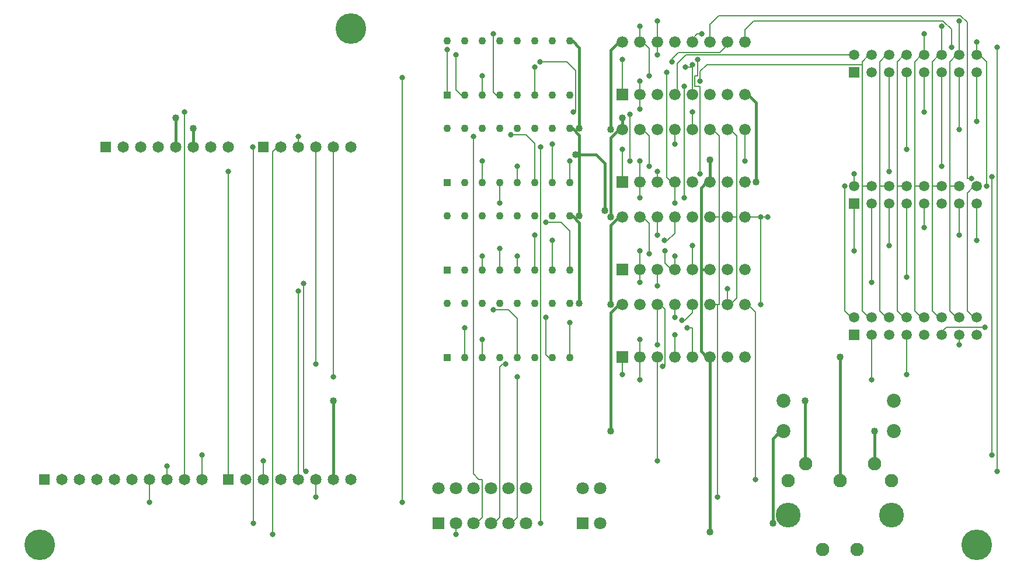
<source format=gbr>
G04 EasyPC Gerber Version 21.0.3 Build 4286 *
%FSLAX35Y35*%
%MOIN*%
%ADD18R,0.04283X0.04283*%
%ADD70R,0.05945X0.05945*%
%ADD85R,0.06496X0.06496*%
%ADD16R,0.06600X0.06600*%
%ADD94R,0.07087X0.07087*%
%ADD87C,0.00800*%
%ADD88C,0.01500*%
%ADD24C,0.03200*%
%ADD25C,0.04000*%
%ADD19C,0.04283*%
%ADD71C,0.05945*%
%ADD86C,0.06496*%
%ADD17C,0.06600*%
%ADD95C,0.07087*%
%ADD82C,0.07677*%
%ADD84C,0.07972*%
%ADD83C,0.14173*%
%ADD100C,0.17500*%
X0Y0D02*
D02*
D16*
X355250Y130250D03*
Y180250D03*
Y230250D03*
Y280250D03*
D02*
D17*
Y160250D03*
Y210250D03*
Y260250D03*
Y310250D03*
X365250Y130250D03*
Y160250D03*
Y180250D03*
Y210250D03*
Y230250D03*
Y260250D03*
Y280250D03*
Y310250D03*
X375250Y130250D03*
Y160250D03*
Y180250D03*
Y210250D03*
Y230250D03*
Y260250D03*
Y280250D03*
Y310250D03*
X385250Y130250D03*
Y160250D03*
Y180250D03*
Y210250D03*
Y230250D03*
Y260250D03*
Y280250D03*
Y310250D03*
X395250Y130250D03*
Y160250D03*
Y180250D03*
Y210250D03*
Y230250D03*
Y260250D03*
Y280250D03*
Y310250D03*
X405250Y130250D03*
Y160250D03*
Y180250D03*
Y210250D03*
Y230250D03*
Y260250D03*
Y280250D03*
Y310250D03*
X415250Y130250D03*
Y160250D03*
Y180250D03*
Y210250D03*
Y230250D03*
Y260250D03*
Y280250D03*
Y310250D03*
X425250Y130250D03*
Y160250D03*
Y180250D03*
Y210250D03*
Y230250D03*
Y260250D03*
Y280250D03*
Y310250D03*
D02*
D18*
X255250Y129758D03*
Y179758D03*
Y229758D03*
Y279758D03*
D02*
D19*
Y160742D03*
Y210742D03*
Y260742D03*
Y310742D03*
X265250Y129758D03*
Y160742D03*
Y179758D03*
Y210742D03*
Y229758D03*
Y260742D03*
Y279758D03*
Y310742D03*
X275250Y129758D03*
Y160742D03*
Y179758D03*
Y210742D03*
Y229758D03*
Y260742D03*
Y279758D03*
Y310742D03*
X285250Y129758D03*
Y160742D03*
Y179758D03*
Y210742D03*
Y229758D03*
Y260742D03*
Y279758D03*
Y310742D03*
X295250Y129758D03*
Y160742D03*
Y179758D03*
Y210742D03*
Y229758D03*
Y260742D03*
Y279758D03*
Y310742D03*
X305250Y129758D03*
Y160742D03*
Y179758D03*
Y210742D03*
Y229758D03*
Y260742D03*
Y279758D03*
Y310742D03*
X315250Y129758D03*
Y160742D03*
Y179758D03*
Y210742D03*
Y229758D03*
Y260742D03*
Y279758D03*
Y310742D03*
X325250Y129758D03*
Y160742D03*
Y179758D03*
Y210742D03*
Y229758D03*
Y260742D03*
Y279758D03*
Y310742D03*
D02*
D70*
X487750Y142750D03*
Y217750D03*
Y292750D03*
D02*
D71*
Y152750D03*
Y227750D03*
Y302750D03*
X497750Y142750D03*
Y152750D03*
Y217750D03*
Y227750D03*
Y292750D03*
Y302750D03*
X507750Y142750D03*
Y152750D03*
Y217750D03*
Y227750D03*
Y292750D03*
Y302750D03*
X517750Y142750D03*
Y152750D03*
Y217750D03*
Y227750D03*
Y292750D03*
Y302750D03*
X527750Y142750D03*
Y152750D03*
Y217750D03*
Y227750D03*
Y292750D03*
Y302750D03*
X537750Y142750D03*
Y152750D03*
Y217750D03*
Y227750D03*
Y292750D03*
Y302750D03*
X547750Y142750D03*
Y152750D03*
Y217750D03*
Y227750D03*
Y292750D03*
Y302750D03*
X557750Y142750D03*
Y152750D03*
Y217750D03*
Y227750D03*
Y292750D03*
Y302750D03*
D02*
D24*
X85250Y47250D03*
X95250Y67750D03*
X105250Y270250D03*
X115250Y74250D03*
X130250Y236250D03*
X144250Y250250D03*
X144750Y35250D03*
X150250Y70750D03*
X155750Y28750D03*
X170250Y167750D03*
Y256250D03*
X173250Y172250D03*
X174750Y64750D03*
X180250Y50250D03*
Y126250D03*
X190250Y118750D03*
X229750Y47250D03*
Y289750D03*
X255250Y305750D03*
X260250Y28750D03*
Y302750D03*
X265250Y146750D03*
X270250Y256250D03*
X275250Y140250D03*
Y187750D03*
Y242250D03*
Y290750D03*
X281750Y157250D03*
Y314750D03*
X285250Y192250D03*
Y218250D03*
X288750Y126250D03*
X291750Y257250D03*
X295250Y118750D03*
Y187750D03*
Y239250D03*
X305250Y199750D03*
Y295750D03*
X308250Y298750D03*
X308750Y35250D03*
Y250250D03*
X311750Y152750D03*
Y207250D03*
X315250Y196750D03*
Y251750D03*
X325250Y149750D03*
Y242250D03*
X327250Y270250D03*
X355250Y120250D03*
Y248750D03*
Y300250D03*
X359750Y242250D03*
Y268750D03*
X365250Y117250D03*
Y140250D03*
Y172750D03*
Y190750D03*
Y221250D03*
Y242250D03*
Y271750D03*
Y287750D03*
Y319250D03*
X370750Y189250D03*
Y239250D03*
Y290750D03*
X375250Y70750D03*
Y137250D03*
Y170750D03*
Y199750D03*
Y236250D03*
Y302750D03*
Y322250D03*
X378250Y124750D03*
X379250Y196750D03*
X379750Y190750D03*
X380750Y292750D03*
X383750Y298750D03*
X385250Y142750D03*
Y152750D03*
Y187750D03*
Y218250D03*
Y251750D03*
X389250Y151250D03*
X390750Y221250D03*
Y284750D03*
X391250Y295750D03*
X392250Y146750D03*
X395250Y193750D03*
Y270250D03*
Y297250D03*
X398250Y300250D03*
X399750Y234750D03*
Y287750D03*
X400750Y314750D03*
X409750Y50250D03*
X415250Y169250D03*
X425250Y242250D03*
X431250Y60250D03*
X434250Y160250D03*
Y210250D03*
X438250D03*
X482250Y227750D03*
X487750Y190750D03*
Y234750D03*
Y302750D03*
X497750Y117250D03*
Y172750D03*
X507750Y193750D03*
Y236250D03*
X517750Y120250D03*
Y175750D03*
Y248750D03*
X527750Y204250D03*
Y270250D03*
Y314750D03*
X537750Y239250D03*
Y319250D03*
X543250Y307250D03*
X547750Y137250D03*
Y199750D03*
Y260250D03*
Y322250D03*
X554750Y232250D03*
X557750Y196750D03*
Y264750D03*
Y310250D03*
X562250Y147250D03*
X563250Y227750D03*
X566250Y74250D03*
Y233250D03*
X569250Y64750D03*
Y307250D03*
D02*
D25*
X100250Y266750D03*
X110250Y260750D03*
X190250Y105250D03*
X328750Y245750D03*
X330750Y160750D03*
Y210750D03*
Y260750D03*
X345250Y213750D03*
X348750Y87750D03*
Y160250D03*
Y210250D03*
Y260250D03*
X355250Y266750D03*
X405250Y30250D03*
Y242750D03*
X431750Y230250D03*
X441250Y35250D03*
X459750Y105250D03*
X479750Y130250D03*
X499250Y87750D03*
D02*
D82*
X450093Y59463D03*
X459935Y69305D03*
X469778Y20093D03*
X479620Y59463D03*
X489463Y20093D03*
X499305Y69305D03*
X509148Y59463D03*
D02*
D83*
X450093Y39778D03*
X509148D03*
D02*
D84*
X447258Y87750D03*
Y105250D03*
X510250Y87750D03*
Y105250D03*
D02*
D85*
X25250Y60250D03*
X60250Y250250D03*
X130250Y60250D03*
X150250Y250250D03*
D02*
D86*
X35250Y60250D03*
X45250D03*
X55250D03*
X65250D03*
X70250Y250250D03*
X75250Y60250D03*
X80250Y250250D03*
X85250Y60250D03*
X90250Y250250D03*
X95250Y60250D03*
X100250Y250250D03*
X105250Y60250D03*
X110250Y250250D03*
X115250Y60250D03*
X120250Y250250D03*
X130250D03*
X140250Y60250D03*
X150250D03*
X160250D03*
Y250250D03*
X170250Y60250D03*
Y250250D03*
X180250Y60250D03*
Y250250D03*
X190250Y60250D03*
Y250250D03*
X200250Y60250D03*
Y250250D03*
D02*
D87*
X85250Y47250D02*
Y60250D01*
X95250Y67750D02*
Y60250D01*
X105250Y270250D02*
Y60250D01*
X115250Y74250D02*
Y60250D01*
X130250Y236250D02*
Y60250D01*
X144250Y250250D02*
X144750D01*
Y35250*
X150250Y70750D02*
Y60250D01*
X155750Y28750D02*
Y247518D01*
X158482Y250250*
X160250*
X170250Y167750D02*
Y60250D01*
Y256250D02*
Y250250D01*
X173250Y172250D02*
Y64750D01*
X174750*
X180250Y50250D02*
Y60250D01*
Y126250D02*
Y250250D01*
X190250Y118750D02*
Y250250D01*
X229750Y289750D02*
Y47250D01*
X255250Y305750D02*
Y279758D01*
X260250Y28750D02*
Y35250D01*
Y302750D02*
Y282990D01*
X263482Y279758*
X265250*
Y146750D02*
Y129758D01*
X270250Y256250D02*
Y63482D01*
X273482Y60250*
X275250*
Y38482*
X272018Y35250*
X270250*
X275250Y140250D02*
Y129758D01*
Y187750D02*
Y179758D01*
Y242250D02*
Y229758D01*
Y290750D02*
Y279758D01*
X281750Y157250D02*
X290250D01*
X295250Y152250*
Y129758*
X281750Y314750D02*
Y281490D01*
X283482Y279758*
X285250*
Y192250D02*
Y179758D01*
Y218250D02*
Y229758D01*
X288750Y126250D02*
X286982D01*
X285250Y124518*
Y38482*
X282018Y35250*
X280250*
X291750Y257250D02*
X300250D01*
X305250Y252250*
Y229758*
X295250Y118750D02*
Y38482D01*
X292018Y35250*
X290250*
X295250Y187750D02*
Y179758D01*
Y239250D02*
Y229758D01*
X305250Y199750D02*
Y179758D01*
Y295750D02*
Y279758D01*
X308250Y298750D02*
X323750D01*
X328750Y293750*
Y270250*
X327250*
X308750Y35250D02*
Y250250D01*
X311750Y152750D02*
Y131490D01*
X313482Y129758*
X315250*
X311750Y207250D02*
X320250D01*
X325250Y202250*
Y179758*
X315250Y196750D02*
Y179758D01*
Y251750D02*
Y229758D01*
X325250Y149750D02*
Y129758D01*
Y242250D02*
Y229758D01*
X355250Y120250D02*
Y130250D01*
Y248750D02*
Y230250D01*
Y300250D02*
Y280250D01*
X359750Y268750D02*
Y242250D01*
X365250Y117250D02*
Y130250D01*
Y140250D02*
Y130250D01*
Y172750D02*
Y180250D01*
Y190750D02*
Y180250D01*
Y221250D02*
Y230250D01*
Y242250D02*
Y230250D01*
Y271750D02*
Y280250D01*
Y287750D02*
Y280250D01*
Y319250D02*
Y310250D01*
X370750Y189250D02*
Y206518D01*
X367018Y210250*
X365250*
X370750Y239250D02*
Y256518D01*
X367018Y260250*
X365250*
X370750Y290750D02*
Y306518D01*
X367018Y310250*
X365250*
X375250Y70750D02*
Y130250D01*
Y137250D02*
Y160250D01*
Y170750D02*
Y180250D01*
Y199750D02*
Y210250D01*
Y236250D02*
Y230250D01*
Y302750D02*
Y310250D01*
Y322250D02*
Y310250D01*
X378250Y124750D02*
X379750D01*
Y157518*
X377018Y160250*
X375250*
X379250Y196750D02*
X381018D01*
X385250Y200982*
Y210250*
X379750Y190750D02*
Y183982D01*
X383482Y180250*
X385250*
X380750Y292750D02*
Y232982D01*
X383482Y230250*
X385250*
X383750Y298750D02*
Y300518D01*
X387482Y304250*
X411018*
X415250Y308482*
Y310250*
X385250Y142750D02*
Y130250D01*
Y152750D02*
Y160250D01*
Y187750D02*
Y180250D01*
Y218250D02*
Y230250D01*
Y251750D02*
Y260250D01*
X389250Y151250D02*
X391018D01*
X395250Y155482*
Y160250*
X390750Y284750D02*
Y221250D01*
X392250Y146750D02*
X395250D01*
Y130250*
Y193750D02*
Y180250D01*
Y270250D02*
Y260250D01*
Y295750D02*
Y280250D01*
Y295750D02*
X391250D01*
X395250D02*
Y297250D01*
X398250Y300250D02*
Y290750D01*
X396750*
Y284750*
X399750*
Y234750*
X400750Y314750D02*
X397982D01*
X395250Y312018*
Y310250*
X409750Y160250D02*
X405250D01*
X409750D02*
Y50250D01*
X410750Y210250D02*
X405250D01*
X410750D02*
Y256518D01*
X407018Y260250*
X405250*
X410750Y210250D02*
Y160250D01*
X409750*
X415250Y169250D02*
Y160250D01*
X420750Y210250D02*
X415250D01*
X420750D02*
Y256518D01*
X417018Y260250*
X415250*
X420750Y210250D02*
Y163982D01*
X417018Y160250*
X415250*
X425250Y242250D02*
Y260250D01*
X431250Y60250D02*
Y156018D01*
X427018Y160250*
X425250*
X434250D02*
Y210250D01*
X438250D02*
X425250D01*
X482250Y227750D02*
Y156482D01*
X485982Y152750*
X487750*
Y190750D02*
Y217750D01*
Y234750D02*
Y227750D01*
Y302750D02*
X391750D01*
X386750Y297750*
Y280250*
X385250*
X492250Y227750D02*
X497750D01*
X492250D02*
Y156482D01*
X495982Y152750*
X497750*
X492250Y297250D02*
Y299018D01*
X495982Y302750*
X497750*
X492250Y297250D02*
X403616D01*
X399750Y293384*
Y287750*
X492250Y297250D02*
Y227750D01*
X497750Y117250D02*
Y142750D01*
Y172750D02*
Y217750D01*
X502250Y227750D02*
X507750D01*
X502250D02*
Y299018D01*
X505982Y302750*
X507750*
X502250Y227750D02*
Y156482D01*
X505982Y152750*
X507750*
Y193750D02*
Y217750D01*
Y236250D02*
Y292750D01*
X512250Y227750D02*
X517750D01*
X512250D02*
Y299018D01*
X515982Y302750*
X517750*
X512250Y227750D02*
Y156482D01*
X515982Y152750*
X517750*
Y120250D02*
Y142750D01*
Y175750D02*
Y217750D01*
Y248750D02*
Y292750D01*
X522250Y227750D02*
X527750D01*
X522250D02*
Y299018D01*
X525982Y302750*
X527750*
X522250Y227750D02*
Y156482D01*
X525982Y152750*
X527750*
Y204250D02*
Y217750D01*
Y270250D02*
Y292750D01*
Y314750D02*
Y302750D01*
X532250Y227750D02*
X537750D01*
X532250D02*
Y299018D01*
X535982Y302750*
X537750*
X532250Y227750D02*
Y156482D01*
X535982Y152750*
X537750*
Y239250D02*
Y292750D01*
Y319250D02*
Y302750D01*
X542250Y227750D02*
X547750D01*
X542250D02*
Y299018D01*
X545982Y302750*
X547750*
X542250Y227750D02*
Y156482D01*
X545982Y152750*
X547750*
X543250Y307250D02*
Y317569D01*
X538569Y322250*
X430250*
X425250Y317250*
Y310250*
X547750Y137250D02*
Y142750D01*
Y199750D02*
Y217750D01*
Y260250D02*
Y292750D01*
Y322250D02*
Y302750D01*
X554750Y232250D02*
X552250D01*
Y321570*
X548570Y325250*
X410250*
X405250Y320250*
Y310250*
X557750Y196750D02*
Y217750D01*
Y227750D02*
X555982D01*
X552250Y224018*
Y156482*
X555982Y152750*
X557750*
Y264750D02*
Y292750D01*
Y310250D02*
Y302750D01*
X562250Y147250D02*
X540482D01*
X537750Y144518*
Y142750*
X563250Y227750D02*
Y299018D01*
X559518Y302750*
X557750*
X566250Y233250D02*
Y74250D01*
X569250Y307250D02*
Y64750D01*
D02*
D88*
X100250Y266750D02*
Y250250D01*
X110250Y260750D02*
Y250250D01*
X190250Y105250D02*
Y60250D01*
X328750Y245750D02*
X340250D01*
X345250Y240750*
Y213750*
X330750Y160750D02*
Y207010D01*
X327018Y210742*
X325250*
X330750Y210750D02*
Y257010D01*
X327018Y260742*
X325250*
X330750Y260750D02*
Y307010D01*
X327018Y310742*
X325250*
X348750Y87750D02*
Y155518D01*
X353482Y160250*
X355250*
X348750D02*
Y205518D01*
X353482Y210250*
X355250*
X348750D02*
Y255518D01*
X353482Y260250*
X355250*
X348750D02*
Y305518D01*
X353482Y310250*
X355250*
Y266750D02*
Y260250D01*
X400250Y180250D02*
X405250D01*
X400250D02*
Y227018D01*
X403482Y230250*
X405250*
X400250Y180250D02*
Y133482D01*
X403482Y130250*
X405250*
Y30250D02*
Y130250D01*
Y242750D02*
Y230250D01*
X431750D02*
Y275518D01*
X427018Y280250*
X425250*
X441250Y35250D02*
Y83510D01*
X445490Y87750*
X447258*
X459750Y105250D02*
Y69305D01*
X459935*
X479750Y130250D02*
Y59463D01*
X479620*
X499250Y87750D02*
Y69305D01*
X499305*
D02*
D94*
X250250Y35250D03*
X332750D03*
D02*
D95*
X250250Y55250D03*
X260250Y35250D03*
Y55250D03*
X270250Y35250D03*
Y55250D03*
X280250Y35250D03*
Y55250D03*
X290250Y35250D03*
Y55250D03*
X300250Y35250D03*
Y55250D03*
X332750D03*
X342750Y35250D03*
Y55250D03*
D02*
D100*
X22750Y22750D03*
X200250Y317750D03*
X557750Y22750D03*
X0Y0D02*
M02*

</source>
